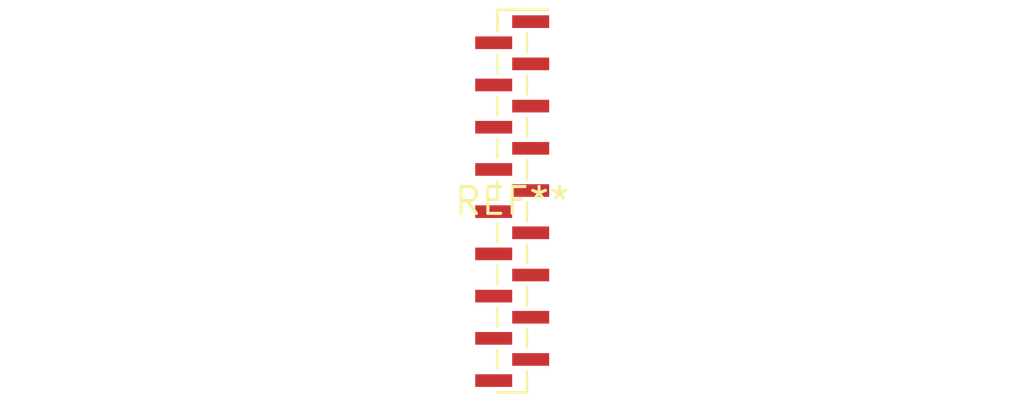
<source format=kicad_pcb>
(kicad_pcb (version 20240108) (generator pcbnew)
  (layers (0 "F.Cu" signal) (31 "B.Cu" signal) (34 "B.Paste" user) (35 "F.Paste" user) (36 "B.SilkS" user "B.Silkscreen") (37 "F.SilkS" user "F.Silkscreen") (38 "B.Mask" user) (39 "F.Mask" user) (44 "Edge.Cuts" user))
  (net 0 "")
  (footprint "PinHeader_1x18_P1.00mm_Vertical_SMD_Pin1Right" (layer "F.Cu") (at 0 0)
    (property "Reference" "REF**")
    (property "Value" "PinHeader_1x18_P1.00mm_Vertical_SMD_Pin1Right")
    (fp_line (start -0.695 -9.06) (end -0.695 -8.06) (layer "F.SilkS") (stroke (width 0.12)))
    (fp_line (start -0.695 -9.06) (end 0.695 -9.06) (layer "F.SilkS") (stroke (width 0.12)))
    (fp_line (start -0.695 -8.94) (end -0.695 -8.06) (layer "F.SilkS") (stroke (width 0.12)))
    (fp_line (start -0.695 -6.94) (end -0.695 -6.06) (layer "F.SilkS") (stroke (width 0.12)))
    (fp_line (start -0.695 -4.94) (end -0.695 -4.06) (layer "F.SilkS") (stroke (width 0.12)))
    (fp_line (start -0.695 -2.94) (end -0.695 -2.06) (layer "F.SilkS") (stroke (width 0.12)))
    (fp_line (start -0.695 -0.94) (end -0.695 -0.06) (layer "F.SilkS") (stroke (width 0.12)))
    (fp_line (start -0.695 1.06) (end -0.695 1.94) (layer "F.SilkS") (stroke (width 0.12)))
    (fp_line (start -0.695 3.06) (end -0.695 3.94) (layer "F.SilkS") (stroke (width 0.12)))
    (fp_line (start -0.695 5.06) (end -0.695 5.94) (layer "F.SilkS") (stroke (width 0.12)))
    (fp_line (start -0.695 7.06) (end -0.695 7.94) (layer "F.SilkS") (stroke (width 0.12)))
    (fp_line (start -0.695 9.06) (end -0.695 9.06) (layer "F.SilkS") (stroke (width 0.12)))
    (fp_line (start -0.695 9.06) (end 0.695 9.06) (layer "F.SilkS") (stroke (width 0.12)))
    (fp_line (start 0.695 -9.06) (end 0.695 -9.06) (layer "F.SilkS") (stroke (width 0.12)))
    (fp_line (start 0.695 -9.06) (end 1.69 -9.06) (layer "F.SilkS") (stroke (width 0.12)))
    (fp_line (start 0.695 -7.94) (end 0.695 -7.06) (layer "F.SilkS") (stroke (width 0.12)))
    (fp_line (start 0.695 -5.94) (end 0.695 -5.06) (layer "F.SilkS") (stroke (width 0.12)))
    (fp_line (start 0.695 -3.94) (end 0.695 -3.06) (layer "F.SilkS") (stroke (width 0.12)))
    (fp_line (start 0.695 -1.94) (end 0.695 -1.06) (layer "F.SilkS") (stroke (width 0.12)))
    (fp_line (start 0.695 0.06) (end 0.695 0.94) (layer "F.SilkS") (stroke (width 0.12)))
    (fp_line (start 0.695 2.06) (end 0.695 2.94) (layer "F.SilkS") (stroke (width 0.12)))
    (fp_line (start 0.695 4.06) (end 0.695 4.94) (layer "F.SilkS") (stroke (width 0.12)))
    (fp_line (start 0.695 6.06) (end 0.695 6.94) (layer "F.SilkS") (stroke (width 0.12)))
    (fp_line (start 0.695 8.06) (end 0.695 9.06) (layer "F.SilkS") (stroke (width 0.12)))
    (pad "1" smd rect (at 0.875 -8.5) (size 1.75 0.6) (layers "F.Cu" "F.Paste" "F.Mask"))
    (pad "2" smd rect (at -0.875 -7.5) (size 1.75 0.6) (layers "F.Cu" "F.Paste" "F.Mask"))
    (pad "3" smd rect (at 0.875 -6.5) (size 1.75 0.6) (layers "F.Cu" "F.Paste" "F.Mask"))
    (pad "4" smd rect (at -0.875 -5.5) (size 1.75 0.6) (layers "F.Cu" "F.Paste" "F.Mask"))
    (pad "5" smd rect (at 0.875 -4.5) (size 1.75 0.6) (layers "F.Cu" "F.Paste" "F.Mask"))
    (pad "6" smd rect (at -0.875 -3.5) (size 1.75 0.6) (layers "F.Cu" "F.Paste" "F.Mask"))
    (pad "7" smd rect (at 0.875 -2.5) (size 1.75 0.6) (layers "F.Cu" "F.Paste" "F.Mask"))
    (pad "8" smd rect (at -0.875 -1.5) (size 1.75 0.6) (layers "F.Cu" "F.Paste" "F.Mask"))
    (pad "9" smd rect (at 0.875 -0.5) (size 1.75 0.6) (layers "F.Cu" "F.Paste" "F.Mask"))
    (pad "10" smd rect (at -0.875 0.5) (size 1.75 0.6) (layers "F.Cu" "F.Paste" "F.Mask"))
    (pad "11" smd rect (at 0.875 1.5) (size 1.75 0.6) (layers "F.Cu" "F.Paste" "F.Mask"))
    (pad "12" smd rect (at -0.875 2.5) (size 1.75 0.6) (layers "F.Cu" "F.Paste" "F.Mask"))
    (pad "13" smd rect (at 0.875 3.5) (size 1.75 0.6) (layers "F.Cu" "F.Paste" "F.Mask"))
    (pad "14" smd rect (at -0.875 4.5) (size 1.75 0.6) (layers "F.Cu" "F.Paste" "F.Mask"))
    (pad "15" smd rect (at 0.875 5.5) (size 1.75 0.6) (layers "F.Cu" "F.Paste" "F.Mask"))
    (pad "16" smd rect (at -0.875 6.5) (size 1.75 0.6) (layers "F.Cu" "F.Paste" "F.Mask"))
    (pad "17" smd rect (at 0.875 7.5) (size 1.75 0.6) (layers "F.Cu" "F.Paste" "F.Mask"))
    (pad "18" smd rect (at -0.875 8.5) (size 1.75 0.6) (layers "F.Cu" "F.Paste" "F.Mask"))
  )
)
</source>
